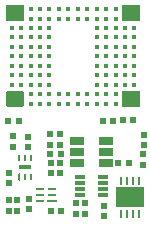
<source format=gtp>
G04 Layer_Color=8421504*
%FSLAX24Y24*%
%MOIN*%
G70*
G01*
G75*
%ADD10R,0.0236X0.0217*%
%ADD11R,0.0610X0.0551*%
G04:AMPARAMS|DCode=12|XSize=61mil|YSize=55.1mil|CornerRadius=5.5mil|HoleSize=0mil|Usage=FLASHONLY|Rotation=0.000|XOffset=0mil|YOffset=0mil|HoleType=Round|Shape=RoundedRectangle|*
%AMROUNDEDRECTD12*
21,1,0.0610,0.0441,0,0,0.0*
21,1,0.0500,0.0551,0,0,0.0*
1,1,0.0110,0.0250,-0.0220*
1,1,0.0110,-0.0250,-0.0220*
1,1,0.0110,-0.0250,0.0220*
1,1,0.0110,0.0250,0.0220*
%
%ADD12ROUNDEDRECTD12*%
%ADD13C,0.0157*%
%ADD14R,0.0217X0.0236*%
%ADD15R,0.0110X0.0197*%
G04:AMPARAMS|DCode=16|XSize=9.8mil|YSize=23.6mil|CornerRadius=2.5mil|HoleSize=0mil|Usage=FLASHONLY|Rotation=180.000|XOffset=0mil|YOffset=0mil|HoleType=Round|Shape=RoundedRectangle|*
%AMROUNDEDRECTD16*
21,1,0.0098,0.0187,0,0,180.0*
21,1,0.0049,0.0236,0,0,180.0*
1,1,0.0049,-0.0025,0.0093*
1,1,0.0049,0.0025,0.0093*
1,1,0.0049,0.0025,-0.0093*
1,1,0.0049,-0.0025,-0.0093*
%
%ADD16ROUNDEDRECTD16*%
%ADD17R,0.0394X0.0177*%
%ADD18R,0.0335X0.0118*%
%ADD19R,0.0098X0.0276*%
%ADD20R,0.0937X0.0650*%
%ADD21R,0.0512X0.0276*%
%ADD22R,0.0295X0.0110*%
%ADD23R,0.0335X0.0110*%
D10*
X2787Y2669D02*
D03*
Y3024D02*
D03*
X3921Y1319D02*
D03*
Y1673D02*
D03*
X3091Y3610D02*
D03*
Y3965D02*
D03*
X2776Y3961D02*
D03*
Y3606D02*
D03*
X1390Y2339D02*
D03*
Y2693D02*
D03*
X1524Y3894D02*
D03*
Y3539D02*
D03*
X2025Y3885D02*
D03*
Y3531D02*
D03*
X1677Y1425D02*
D03*
Y1780D02*
D03*
X1390D02*
D03*
Y1425D02*
D03*
X2067Y1469D02*
D03*
Y1823D02*
D03*
X5880Y3598D02*
D03*
Y3952D02*
D03*
X5875Y3302D02*
D03*
Y2948D02*
D03*
X3634Y1673D02*
D03*
Y1319D02*
D03*
X4574Y1585D02*
D03*
Y1231D02*
D03*
X3083Y2665D02*
D03*
Y3020D02*
D03*
D11*
X5470Y8002D02*
D03*
Y5128D02*
D03*
X1592Y8002D02*
D03*
D12*
Y5128D02*
D03*
D13*
X5578Y7510D02*
D03*
Y7195D02*
D03*
Y6880D02*
D03*
X5263Y5620D02*
D03*
Y5935D02*
D03*
Y6250D02*
D03*
Y6565D02*
D03*
Y6880D02*
D03*
Y7195D02*
D03*
Y7510D02*
D03*
X4949Y8140D02*
D03*
Y7825D02*
D03*
Y7510D02*
D03*
Y7195D02*
D03*
Y6880D02*
D03*
Y6565D02*
D03*
Y6250D02*
D03*
Y5935D02*
D03*
Y5620D02*
D03*
Y5305D02*
D03*
Y4990D02*
D03*
X4634D02*
D03*
Y5305D02*
D03*
Y5620D02*
D03*
Y5935D02*
D03*
Y6250D02*
D03*
Y6565D02*
D03*
Y6880D02*
D03*
Y7195D02*
D03*
Y7510D02*
D03*
Y7825D02*
D03*
Y8140D02*
D03*
X4004D02*
D03*
X3689D02*
D03*
X3374D02*
D03*
X3059D02*
D03*
X4004Y7825D02*
D03*
X3689D02*
D03*
X3374D02*
D03*
X3059D02*
D03*
X5578Y6565D02*
D03*
Y6250D02*
D03*
Y5935D02*
D03*
Y5620D02*
D03*
X4319Y8140D02*
D03*
Y7825D02*
D03*
Y7510D02*
D03*
Y7195D02*
D03*
Y6880D02*
D03*
Y6565D02*
D03*
Y6250D02*
D03*
Y5935D02*
D03*
Y5620D02*
D03*
Y4990D02*
D03*
Y5305D02*
D03*
X4004D02*
D03*
X3689D02*
D03*
X4004Y4990D02*
D03*
X3689D02*
D03*
X3374D02*
D03*
Y5305D02*
D03*
X3059D02*
D03*
Y4990D02*
D03*
X2744D02*
D03*
Y5305D02*
D03*
Y5620D02*
D03*
Y5935D02*
D03*
Y6250D02*
D03*
Y6565D02*
D03*
Y6880D02*
D03*
Y7195D02*
D03*
Y7510D02*
D03*
Y7825D02*
D03*
Y8140D02*
D03*
X2429Y4990D02*
D03*
Y5305D02*
D03*
Y5620D02*
D03*
Y5935D02*
D03*
Y6250D02*
D03*
Y6565D02*
D03*
Y6880D02*
D03*
Y7195D02*
D03*
Y7510D02*
D03*
Y7825D02*
D03*
Y8140D02*
D03*
X2114D02*
D03*
Y7825D02*
D03*
Y7510D02*
D03*
Y7195D02*
D03*
Y6880D02*
D03*
Y6565D02*
D03*
Y6250D02*
D03*
Y5935D02*
D03*
Y5620D02*
D03*
Y4990D02*
D03*
Y5305D02*
D03*
X1799Y5620D02*
D03*
Y5935D02*
D03*
Y6250D02*
D03*
Y6565D02*
D03*
Y6880D02*
D03*
Y7195D02*
D03*
Y7510D02*
D03*
X1484Y5620D02*
D03*
Y5935D02*
D03*
Y6250D02*
D03*
Y6565D02*
D03*
Y6880D02*
D03*
Y7195D02*
D03*
Y7510D02*
D03*
D14*
X1728Y4421D02*
D03*
X1374D02*
D03*
X5183Y4430D02*
D03*
X5537D02*
D03*
X4877Y4410D02*
D03*
X4523D02*
D03*
X2780Y1406D02*
D03*
X3134D02*
D03*
X5036Y3014D02*
D03*
X5391D02*
D03*
X3126Y3319D02*
D03*
X2772D02*
D03*
D15*
X2118Y3181D02*
D03*
X1921D02*
D03*
X1724D02*
D03*
X2118Y2551D02*
D03*
X1921D02*
D03*
D16*
X1724D02*
D03*
D17*
X1921Y2866D02*
D03*
D18*
X4516Y1953D02*
D03*
Y2150D02*
D03*
Y2346D02*
D03*
Y2543D02*
D03*
X3768Y1953D02*
D03*
Y2150D02*
D03*
Y2346D02*
D03*
Y2543D02*
D03*
D19*
X5721Y2422D02*
D03*
X5524D02*
D03*
X5327D02*
D03*
X5130D02*
D03*
X5721Y1320D02*
D03*
X5524D02*
D03*
X5327D02*
D03*
X5130D02*
D03*
D20*
X5425Y1871D02*
D03*
D21*
X3673Y3000D02*
D03*
Y3374D02*
D03*
Y3748D02*
D03*
X4618D02*
D03*
Y3374D02*
D03*
Y3000D02*
D03*
D22*
X2421Y2130D02*
D03*
Y1933D02*
D03*
Y1736D02*
D03*
X2835Y2130D02*
D03*
Y1933D02*
D03*
D23*
Y1736D02*
D03*
M02*

</source>
